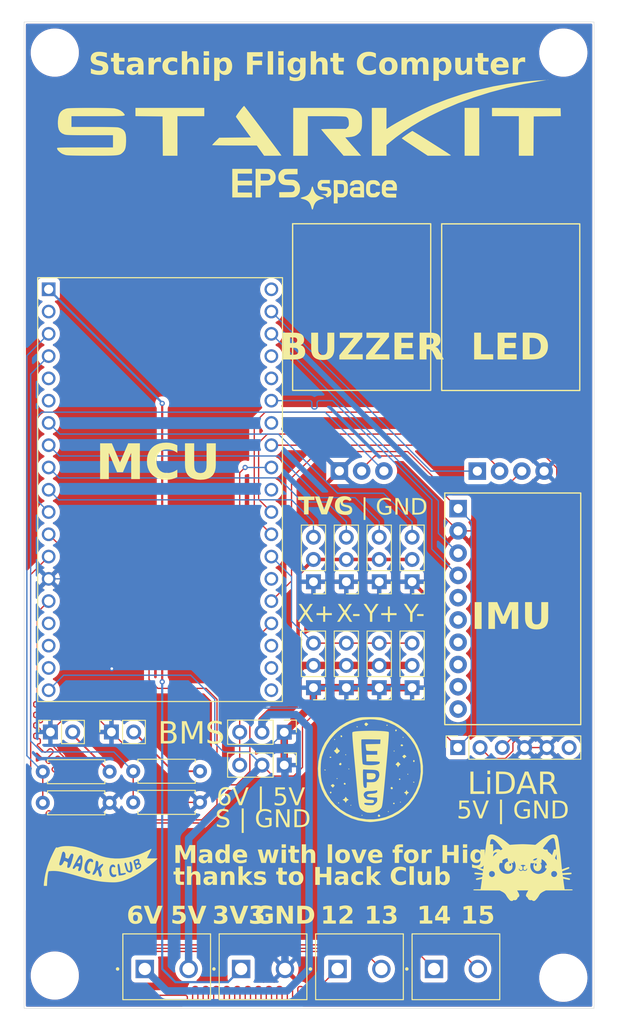
<source format=kicad_pcb>
(kicad_pcb (version 20241229) (generator "pcbnew") (generator_version "9.0")
  (title_block (title "Starchip") (date "2025-06-09") (company "EPS.space") (comment 1 "Flight computer for Starkit"))
  (layers (0 "F.Cu" signal) (2 "B.Cu" signal) (13 "F.Paste" user) (15 "B.Paste" user) (5 "F.SilkS" user "F.Silkscreen") (7 "B.SilkS" user "B.Silkscreen") (1 "F.Mask" user) (3 "B.Mask" user) (25 "Edge.Cuts" user))
  (net 0 "")
  (net 1 "/IMU_CLOCK")
  (net 3 "/TVC_X-")
  (net 6 "/ESC")
  (net 7 "GND")
  (net 9 "/LED_R")
  (net 11 "/13")
  (net 12 "/LEG")
  (net 13 "+5V")
  (net 14 "/BMS_1")
  (net 15 "/TVC_Y-")
  (net 18 "/IMU_DATA")
  (net 21 "/TVC_Y+")
  (net 22 "/BMS_2")
  (net 23 "+3V3")
  (net 24 "/14")
  (net 25 "/TVC_X+")
  (net 26 "/15")
  (net 29 "/LED_B")
  (net 31 "/12")
  (net 32 "/BUZZER")
  (net 33 "/LiDAR_DATA")
  (net 34 "/LED_G")
  (net 36 "/LiDAR_CLOCK")
  (net 37 "+6V")
  (net 44 "Net-(J5-Pin_2)")
  (net 45 "Net-(J6-Pin_2)")
  (footprint "Connector_PinHeader_2.54mm:PinHeader_1x03_P2.54mm_Vertical" (layer "F.Cu") (at 147.17 116.75 -90)
    (property "Reference" "E1" (hide yes))
    (property "Value" "Conn_01x03_Pin")
  )
  (footprint "Connector_PinHeader_2.54mm:PinHeader_1x03_P2.54mm_Vertical" (layer "F.Cu") (at 161.75 99.592 180)
    (property "Reference" "Y2" (hide yes))
    (property "Value" "Conn_01x03_Pin")
  )
  (footprint "Connector_PinHeader_2.54mm:PinHeader_1x03_P2.54mm_Vertical" (layer "F.Cu") (at 150.5 111.672 180)
    (property "Reference" "L1" (hide yes))
    (property "Value" "Conn_01x03_Pin")
  )
  (footprint "LED_SMD_KY-016:KY-016" (layer "F.Cu") (at 173 72.75)
    (property "Reference" "D1" (hide yes))
    (property "Value" "LED_RGBK")
  )
  (footprint "Device_Buzzer_KY-012:KY-012" (layer "F.Cu") (at 156 72.738)
    (property "Reference" "U2" (hide yes))
    (property "Value" "~")
  )
  (footprint "Connector_PinHeader_2.54mm:PinHeader_1x03_P2.54mm_Vertical" (layer "F.Cu") (at 154.25 111.672 180)
    (property "Reference" "L2" (hide yes))
    (property "Value" "Conn_01x03_Pin")
  )
  (footprint "Connector_PinHeader_2.54mm:PinHeader_1x03_P2.54mm_Vertical" (layer "F.Cu") (at 158 99.592 180)
    (property "Reference" "Y1" (hide yes))
    (property "Value" "Conn_01x03_Pin")
  )
  (footprint "MountingHole:MountingHole_5mm" (layer "F.Cu") (at 121 144.5)
    (property "Reference" "REF**" (hide yes))
    (property "Value" "MountingHole_5mm")
  )
  (footprint "Resistor_THT:R_Axial_DIN0207_L6.3mm_D2.5mm_P7.62mm_Horizontal" (layer "F.Cu") (at 119.63 121.25)
    (property "Reference" "R1" (hide yes))
    (property "Value" "10kΩ")
  )
  (footprint "Connector_PinHeader_2.54mm:PinHeader_1x03_P2.54mm_Vertical" (layer "F.Cu") (at 158 111.672 180)
    (property "Reference" "L3" (hide yes))
    (property "Value" "Conn_01x03_Pin")
  )
  (footprint "Resistor_THT:R_Axial_DIN0207_L6.3mm_D2.5mm_P7.62mm_Horizontal" (layer "F.Cu") (at 129.94 121.2)
    (property "Reference" "R3" (hide yes))
    (property "Value" "10kΩ")
  )
  (footprint "Connector_PinHeader_2.54mm:PinHeader_1x03_P2.54mm_Vertical" (layer "F.Cu") (at 154.25 99.592 180)
    (property "Reference" "X2" (hide yes))
    (property "Value" "Conn_01x03_Pin")
  )
  (footprint "KiCad:Hack Club" (layer "F.Cu") (at 126.25 132)
    (property "Reference" "G***" (hide yes))
    (property "Value" "LOGO" (hide yes))
  )
  (footprint "KiCad:EPSspace" (layer "F.Cu") (at 150.5 54.75)
    (property "Reference" "G***" (hide yes))
    (property "Value" "LOGO" (hide yes))
  )
  (footprint "KiCad:Starkit" (layer "F.Cu") (at 150 46.75)
    (property "Reference" "G***" (hide yes))
    (property "Value" "LOGO" (hide yes))
  )
  (footprint "MountingHole:MountingHole_5mm" (layer "F.Cu") (at 179 144.75)
    (property "Reference" "REF**" (hide yes))
    (property "Value" "MountingHole_5mm")
  )
  (footprint "Connector_PinHeader_2.54mm:PinHeader_1x03_P2.54mm_Vertical" (layer "F.Cu") (at 147.17 120.5 -90)
    (property "Reference" "E2" (hide yes))
    (property "Value" "Conn_01x03_Pin")
  )
  (footprint "Resistor_THT:R_Axial_DIN0207_L6.3mm_D2.5mm_P7.62mm_Horizontal" (layer "F.Cu") (at 119.63 124.8)
    (property "Reference" "R2" (hide yes))
    (property "Value" "10kΩ")
  )
  (footprint "KF301-2P:HANDSON_KF301-2P" (layer "F.Cu") (at 133.7625 143.75)
    (property "Reference" "J1" (hide yes))
    (property "Value" "Screw_Terminal_01x02")
  )
  (footprint "KiCad:EPSicon" (layer "F.Cu") (at 157 121)
    (property "Reference" "G***" (hide yes))
    (property "Value" "LOGO" (hide yes))
  )
  (footprint "Resistor_THT:R_Axial_DIN0207_L6.3mm_D2.5mm_P7.62mm_Horizontal" (layer "F.Cu") (at 129.94 124.75)
    (property "Reference" "R4" (hide yes))
    (property "Value" "10kΩ")
  )
  (footprint "Connector_PinHeader_2.54mm:PinHeader_1x03_P2.54mm_Vertical" (layer "F.Cu") (at 150.5 99.592 180)
    (property "Reference" "X1" (hide yes))
    (property "Value" "Conn_01x03_Pin")
  )
  (footprint "MountingHole:MountingHole_5mm" (layer "F.Cu") (at 121 39.25)
    (property "Reference" "REF**" (hide yes))
    (property "Value" "MountingHole_5mm")
  )
  (footprint "Connector_PinHeader_2.54mm:PinHeader_1x03_P2.54mm_Vertical" (layer "F.Cu") (at 161.75 111.672 180)
    (property "Reference" "L4" (hide yes))
    (property "Value" "Conn_01x03_Pin")
  )
  (footprint "ESP32-DEVKITC-32D:MODULE_ESP32-DEVKITC-32D" (layer "F.Cu") (at 133 86)
    (property "Reference" "U4" (hide yes))
    (property "Value" "ESP32-DEVKITC-32D")
  )
  (footprint "Connector_PinSocket_2.54mm:PinSocket_1x02_P2.54mm_Vertical" (layer "F.Cu") (at 127.46 116.725 90)
    (property "Reference" "J6" (hide yes))
    (property "Value" "Conn_01x02")
  )
  (footprint "KF301-2P:HANDSON_KF301-2P" (layer "F.Cu") (at 166.75 143.75)
    (property "Reference" "J4" (hide yes))
    (property "Value" "Screw_Terminal_01x02")
  )
  (footprint "KF301-2P:HANDSON_KF301-2P" (layer "F.Cu") (at 155.75 143.75)
    (property "Reference" "J3" (hide yes))
    (property "Value" "Screw_Terminal_01x02")
  )
  (footprint "Connector_PinSocket_2.54mm:PinSocket_1x02_P2.54mm_Vertical" (layer "F.Cu") (at 120.5 116.725 90)
    (property "Reference" "J5" (hide yes))
    (property "Value" "Conn_01x02")
  )
  (footprint "Starchip:cat" (layer "F.Cu") (at 174.398847 132.768876)
    (property "Reference" "G***" (hide yes))
    (property "Value" "LOGO" (hide yes))
  )
  (footprint "Sensor_Movement_GY-9250:GY-9250" (layer "F.Cu") (at 173.858 102.934)
    (property "Reference" "U3" (hide yes))
    (property "Value" "~")
  )
  (footprint "MountingHole:MountingHole_5mm" (layer "F.Cu") (at 179 39.25)
    (property "Reference" "REF**" (hide yes))
    (property "Value" "MountingHole_5mm")
  )
  (footprint "KF301-2P:HANDSON_KF301-2P" (layer "F.Cu") (at 144.75 143.75)
    (property "Reference" "J2" (hide yes))
    (property "Value" "Screw_Terminal_01x02")
  )
  (footprint "Connector_PinSocket_2.54mm:PinSocket_1x06_P2.54mm_Vertical" (layer "F.Cu") (at 166.96 118.5 90)
    (property "Reference" "J11" (hide yes))
    (property "Value" "Conn_01x06_Pin")
  )
  (gr_rect (start 117.5 35.75) (end 182.5 148.25) (stroke (width 0.05)) (fill no) (layer "Edge.Cuts"))
  (gr_text "thanks to Hack Club" (at 134.5 134.5 0) (layer "F.SilkS") (effects (font (size 2 2) (thickness 0.3) (bold yes)) (justify left bottom)))
  (gr_text "GND" (at 147.25 137.75 0) (layer "F.SilkS") (effects (font (size 2 2) (thickness 0.3) (bold yes))))
  (gr_text "13" (at 158.25 137.75 0) (layer "F.SilkS") (effects (font (size 2 2) (thickness 0.3) (bold yes))))
  (gr_text "14" (at 164.25 137.75 0) (layer "F.SilkS") (effects (font (size 2 2) (thickness 0.3) (bold yes))))
  (gr_text "Made with love for Highway" (at 134.5 132 0) (layer "F.SilkS") (effects (font (size 2 2) (thickness 0.3) (bold yes)) (justify left bottom)))
  (gr_text "IMU" (at 173.083 103.728 0) (layer "F.SilkS") (effects (font (size 3 3) (thickness 0.3) (bold yes))))
  (gr_text "MCU" (at 132.766 86.224 0) (layer "F.SilkS") (effects (font (size 4 4) (thickness 0.3) (bold yes))))
  (gr_text "X-" (at 154.5 104.5 0) (layer "F.SilkS") (effects (font (size 2 2) (thickness 0.1)) (justify bottom)))
  (gr_text "5V | GND" (at 173.25 125.75 0) (layer "F.SilkS") (effects (font (size 2 2) (thickness 0.1))))
  (gr_text "Starchip Flight Computer" (at 149.75 39.25 0) (layer "F.SilkS") (effects (font (size 2.5 2.5) (thickness 0.3) (bold yes)) (justify top)))
  (gr_text "TVC" (at 148.73 92.25 0) (layer "F.SilkS") (effects (font (size 2 2) (thickness 0.3) (bold yes)) (justify left bottom)))
  (gr_text "12" (at 153.25 137.75 0) (layer "F.SilkS") (effects (font (size 2 2) (thickness 0.3) (bold yes))))
  (gr_text "5V" (at 136.25 137.75 0) (layer "F.SilkS") (effects (font (size 2 2) (thickness 0.3) (bold yes))))
  (gr_text "Y-" (at 162 104.5 0) (layer "F.SilkS") (effects (font (size 2 2) (thickness 0.1)) (justify bottom)))
  (gr_text "6V | 5V" (at 144.5 124.25 0) (layer "F.SilkS") (effects (font (size 2 2) (thickness 0.1))))
  (gr_text "3V3" (at 142 137.75 0) (layer "F.SilkS") (effects (font (size 2 2) (thickness 0.3) (bold yes))))
  (gr_text "BMS" (at 132.75 117 0) (layer "F.SilkS") (effects (font (size 2.5 2.5) (thickness 0.25)) (justify left)))
  (gr_text "Y+" (at 158.25 104.5 0) (layer "F.SilkS") (effects (font (size 2 2) (thickness 0.1)) (justify bottom)))
  (gr_text "LiDAR" (at 173.25 122.75 0) (layer "F.SilkS") (effects (font (size 2.5 2.5) (thickness 0.1))))
  (gr_text "15" (at 169.25 137.75 0) (layer "F.SilkS") (effects (font (size 2 2) (thickness 0.3) (bold yes))))
  (gr_text "BUZZER" (at 156.056 73 0) (layer "F.SilkS") (effects (font (size 3 3) (thickness 0.3) (bold yes))))
  (gr_text "X+" (at 150.766 104.5 0) (layer "F.SilkS") (effects (font (size 2 2) (thickness 0.1)) (justify bottom)))
  (gr_text "LED" (at 172.956 73 0) (layer "F.SilkS") (effects (font (size 3 3) (thickness 0.3) (bold yes))))
  (gr_text "6V" (at 131.25 137.75 0) (layer "F.SilkS") (effects (font (size 2 2) (thickness 0.3) (bold yes))))
  (gr_text "S | GND" (at 144.75 126.75 0) (layer "F.SilkS") (effects (font (size 2 2) (thickness 0.1))))
  (gr_text "S | GND" (at 163.52 92.25 0) (layer "F.SilkS") (effects (font (size 1.85 1.85) (thickness 0.1)) (justify right bottom)))
  (segment (start 145.7 71.32) (end 164.75 90.37) (width 0.15) (layer "B.Cu") (net 1))
  (segment (start 167 96.33) (end 164.75 94.08) (width 0.15) (layer "B.Cu") (net 1))
  (segment (start 164.75 90.37) (end 164.75 92) (width 0.15) (layer "B.Cu") (net 1))
  (segment (start 164.75 94.08) (end 164.75 92) (width 0.15) (layer "B.Cu") (net 1))
  (segment (start 152 90.5) (end 149.25 90.5) (width 0.15) (layer "B.Cu") (net 3))
  (segment (start 154.25 92.75) (end 152 90.5) (width 0.15) (layer "B.Cu") (net 3))
  (segment (start 149.25 90.5) (end 146.5 87.75) (width 0.15) (layer "B.Cu") (net 3))
  (segment (start 121.49 87.75) (end 120.3 86.56) (width 0.15) (layer "B.Cu") (net 3))
  (segment (start 146.5 87.75) (end 121.49 87.75) (width 0.15) (layer "B.Cu") (net 3))
  (segment (start 154.25 94.512) (end 154.25 92.75) (width 0.15) (layer "B.Cu") (net 3))
  (segment (start 142.09 116.75) (end 142.09 87.16) (width 0.15) (layer "F.Cu") (net 6))
  (segment (start 142.71 86.56) (end 142.69 86.56) (width 0.15) (layer "F.Cu") (net 6))
  (segment (start 142.09 120.5) (end 142.09 116.75) (width 0.15) (layer "F.Cu") (net 6))
  (segment (start 142.69 86.56) (end 142.09 87.16) (width 0.15) (layer "F.Cu") (net 6))
  (via (at 142.71 86.56) (size 0.6) (drill 0.3) (layers "F.Cu" "B.Cu") (net 6))
  (segment (start 145.7 86.56) (end 142.71 86.56) (width 0.15) (layer "B.Cu") (net 6))
  (segment (start 125.985 115.25) (end 127.46 116.725) (width 0.15) (layer "F.Cu") (net 7))
  (segment (start 167 93.79) (end 164.25 96.54) (width 0.15) (layer "F.Cu") (net 7))
  (segment (start 147.17 118.75) (end 147.17 116.75) (width 0.85) (layer "F.Cu") (net 7))
  (segment (start 164.5 91.29) (end 164.5 90) (width 0.15) (layer "F.Cu") (net 7))
  (segment (start 120.5 118.05) (end 127.25 124.8) (width 0.15) (layer "F.Cu") (net 7))
  (segment (start 164.25 96.54) (end 164.25 102.5) (width 0.15) (layer "F.Cu") (net 7))
  (segment (start 150.5 113.5) (end 150.5 111.672) (width 0.85) (layer "F.Cu") (net 7))
  (segment (start 147.17 116.75) (end 147.25 116.75) (width 0.85) (layer "F.Cu") (net 7))
  (segment (start 163.75 89.25) (end 155.748 89.25) (width 0.15) (layer "F.Cu") (net 7))
  (segment (start 167 93.79) (end 169.994 93.79) (width 0.15) (layer "F.Cu") (net 7))
  (segment (start 150.5 99.592) (end 161.75 99.592) (width 0.4) (layer "F.Cu") (net 7))
  (segment (start 167 93.79) (end 164.5 91.29) (width 0.15) (layer "F.Cu") (net 7))
  (segment (start 164.25 102.092) (end 161.75 99.592) (width 0.4) (layer "F.Cu") (net 7))
  (segment (start 164.25 110.75) (end 164.25 102.5) (width 0.4) (layer "F.Cu") (net 7))
  (segment (start 164.25 102.5) (end 164.25 102.092) (width 0.4) (layer "F.Cu") (net 7))
  (segment (start 174.58 118.5) (end 177.12 118.5) (width 0.15) (layer "F.Cu") (net 7))
  (segment (start 164.5 90) (end 163.75 89.25) (width 0.15) (layer "F.Cu") (net 7))
  (segment (start 127.46 116.725) (end 135.485 124.75) (width 0.15) (layer "F.Cu") (net 7))
  (segment (start 147.17 120.5) (end 147.17 118.75) (width 0.85) (layer "F.Cu") (net 7))
  (segment (start 163.328 111.672) (end 164.25 110.75) (width 0.4) (layer "F.Cu") (net 7))
  (segment (start 121.975 115.25) (end 125.985 115.25) (width 0.15) (layer "F.Cu") (net 7))
  (segment (start 120.5 116.725) (end 121.975 115.25) (width 0.15) (layer "F.Cu") (net 7))
  (segment (start 147.25 116.75) (end 150.5 113.5) (width 0.85) (layer "F.Cu") (net 7))
  (segment (start 169.994 93.79) (end 176.81 86.974) (width 0.15) (layer "F.Cu") (net 7))
  (segment (start 127.46 116.725) (end 127.46 109.54) (width 0.15) (layer "F.Cu") (net 7))
  (segment (start 161.75 111.672) (end 163.328 111.672) (width 0.4) (layer "F.Cu") (net 7))
  (segment (start 127.46 109.54) (end 127.5 109.5) (width 0.15) (layer "F.Cu") (net 7))
  (segment (start 135.485 124.75) (end 137.56 124.75) (width 0.15) (layer "F.Cu") (net 7))
  (segment (start 150.5 111.672) (end 161.75 111.672) (width 0.85) (layer "F.Cu") (net 7))
  (segment (start 120.5 116.725) (end 120.5 118.05) (width 0.15) (layer "F.Cu") (net 7))
  (segment (start 155.748 89.25) (end 153.46 86.962) (width 0.15) (layer "F.Cu") (net 7))
  (via (at 127.5 109.5) (size 0.6) (drill 0.3) (layers "F.Cu" "B.Cu") (net 7))
  (segment (start 139.75 114) (end 139.75 116.5) (width 0.15) (layer "B.Cu") (net 7))
  (segment (start 141.5 118.25) (end 145.67 118.25) (width 0.15) (layer "B.Cu") (net 7))
  (segment (start 139.75 112.75) (end 136.5 109.5) (width 0.15) (layer "B.Cu") (net 7))
  (segment (start 139.75 116.5) (end 141.5 118.25) (width 0.15) (layer "B.Cu") (net 7))
  (segment (start 147.25 143.75) (end 147.25 120.58) (width 0.85) (layer "B.Cu") (net 7))
  (segment (start 160 114) (end 166 120) (width 0.15) (layer "B.Cu") (net 7))
  (segment (start 139.75 114) (end 160 114) (width 0.15) (layer "B.Cu") (net 7))
  (segment (start 173.08 120) (end 174.58 118.5) (width 0.15) (layer "B.Cu") (net 7))
  (segment (start 139.75 114) (end 139.75 112.75) (width 0.15) (layer "B.Cu") (net 7))
  (segment (start 147.17 116.75) (end 147.17 116.83) (width 0.3) (layer "B.Cu") (net 7))
  (segment (start 136.5 109.5) (end 127.5 109.5) (width 0.15) (layer "B.Cu") (net 7))
  (segment (start 145.67 118.25) (end 147.17 116.75) (width 0.15) (layer "B.Cu") (net 7))
  (segment (start 136.5 109.5) (end 126.26 99.26) (width 0.15) (layer "B.Cu") (net 7))
  (segment (start 126.26 99.26) (end 120.3 99.26) (width 0.15) (layer "B.Cu") (net 7))
  (segment (start 166 120) (end 173.08 120) (width 0.15) (layer "B.Cu") (net 7))
  (segment (start 147.25 120.58) (end 147.17 120.5) (width 0.85) (layer "B.Cu") (net 7))
  (segment (start 148 87.75) (end 151 84.75) (width 0.15) (layer "F.Cu") (net 9))
  (segment (start 161.25 84.75) (end 161 84.75) (width 0.15) (layer "F.Cu") (net 9))
  (segment (start 172.494 88.75) (end 165.25 88.75) (width 0.15) (layer "F.Cu") (net 9))
  (segment (start 145.7 101.8) (end 148 99.5) (width 0.15) (layer "F.Cu") (net 9))
  (segment (start 174.27 86.974) (end 172.494 88.75) (width 0.15) (layer "F.Cu") (net 9))
  (segment (start 165.25 88.75) (end 161.25 84.75) (width 0.15) (layer "F.Cu") (net 9))
  (segment (start 148 99.5) (end 148 87.75) (width 0.15) (layer "F.Cu") (net 9))
  (segment (start 151 84.75) (end 161 84.75) (width 0.15) (layer "F.Cu") (net 9))
  (segment (start 123.205284 121.253202) (end 123.290136 121.338054) (width 0.15) (layer "F.Cu") (net 11))
  (segment (start 119.175 117.475) (end 119 117.475) (width 0.15) (layer "F.Cu") (net 11))
  (segment (start 124.810414 124.060414) (end 125 124.25) (width 0.15) (layer "F.Cu") (net 11))
  (segment (start 122.745664 123.070466) (end 123.283065 122.533064) (width 0.15) (layer "F.Cu") (net 11))
  (segment (start 118.8 114.475) (end 119 114.475) (width 0.15) (layer "F.Cu") (net 11))
  (segment (start 122.434538 121.684537) (end 122.434538 121.684538) (width 0.15) (layer "F.Cu") (net 11))
  (segment (start 121.5 125.5) (end 121.457255 125.542745) (width 0.15) (layer "F.Cu") (net 11))
  (segment (start 120.313221 119.563221) (end 120.058662 119.817779) (width 0.15) (layer "F.Cu") (net 11))
  (segment (start 122.356757 120.404675) (end 122.441609 120.489527) (width 0.15) (layer "F.Cu") (net 11))
  (segment (start 123.707329 122.957329) (end 123.169927 123.49473) (width 0.15) (layer "F.Cu") (net 11))
  (segment (start 119.36 115.075) (end 119 115.075) (width 0.15) (layer "F.Cu") (net 11))
  (segment (start 119 114.475) (end 119.76 114.475) (width 0.15) (layer "F.Cu") (net 11))
  (segment (start 124.053811 122.101729) (end 124.138663 122.186581) (width 0.15) (layer "F.Cu") (net 11))
  (segment (start 124 141.75) (end 156.25 141.75) (width 0.15) (layer "F.Cu") (net 11))
  (segment (start 121.618418 125.5) (end 121.5 125.5) (width 0.15) (layer "F.Cu") (net 11))
  (segment (start 119.137943 126.447842) (end 119.05309 126.532694) (width 0.15) (layer "F.Cu") (net 11))
  (segment (start 123.058418 125.5) (end 123.058418 124.74) (width 0.15) (layer "F.Cu") (net 11))
  (segment (start 125.5 124.25) (end 125 124.25) (width 0.15) (layer "F.Cu") (net 11))
  (segment (start 124.258418 126.16) (end 124.258418 125.5) (width 0.15) (layer "F.Cu") (net 11))
  (segment (start 120.058665 118.969254) (end 120.320293 118.707623) (width 0.15) (layer "F.Cu") (net 11))
  (segment (start 124.498418 124.5) (end 124.618418 124.5) (width 0.15) (layer "F.Cu") (net 11))
  (segment (start 124.98719 123.37452) (end 124.725561 123.63615) (width 0.15) (layer "F.Cu") (net 11))
  (segment (start 121.161748 120.411748) (end 120.765768 120.807727) (width 0.15) (layer "F.Cu") (net 11))
  (segment (start 125.75 125.25) (end 125.75 124.932547) (width 0.15) (layer "F.Cu") (net 11))
  (segment (start 119 113.075) (end 119 112.875) (width 0.15) (layer "F.Cu") (net 11))
  (segment (start 118.601 128.399) (end 118.601 128.90723) (width 0.15) (layer "F.Cu") (net 11))
  (segment (start 120.184462 126.815537) (end 120.184462 126.815538) (width 0.15) (layer "F.Cu") (net 11))
  (segment (start 120 114.235) (end 120 114.115) (width 0.15) (layer "F.Cu") (net 11))
  (segment (start 119 115.675) (end 119.36 115.675) (width 0.15) (layer "F.Cu") (net 11))
  (segment (start 125.75 124.5) (end 125.5 124.25) (width 0.15) (layer "F.Cu") (net 11))
  (segment (start 119.35 116.7) (end 119.35 116.45) (width 0.15) (layer "F.Cu") (net 11))
  (segment (start 119.76 113.875) (end 119 113.875) (width 0.15) (layer "F.Cu") (net 11))
  (segment (start 119.420785 127.579212) (end 119.335933 127.664066) (width 0.15) (layer "F.Cu") (net 11))
  (segment (start 124.301296 123.211885) (end 124.562926 122.950255) (width 0.15) (layer "F.Cu") (net 11))
  (segment (start 124.902338 122.950256) (end 124.98719 123.035108) (width 0.15) (layer "F.Cu") (net 11))
  (segment (start 121.858418 125.26) (end 121.858418 124.74) (width 0.15) (layer "F.Cu") (net 11))
  (segment (start 121.047134 126.320564) (end 121.032992 126.306422) (width 0.15) (layer "F.Cu") (net 11))
  (segment (start 124.131592 123.381591) (end 124.131592 123.381592) (width 0.15) (layer "F.Cu") (net 11))
  (segment (start 121.586011 120.836011) (end 122.017345 120.404674) (width 0.15) (layer "F.Cu") (net 11))
  (segment (start 120.163249 125.77609) (end 120.078396 125.860942) (width 0.15) (layer "F.Cu") (net 11))
  (segment (start 120.482926 120.242042) (end 120.737484 119.987483) (width 0.15) (layer "F.Cu") (net 11))
  (segment (start 119.719253 118.969253) (end 119.582254 118.832254) (width 0.15) (layer "F.Cu") (net 11))
  (segment (start 119.6 115.435) (end 119.6 115.315) (width 0.15) (layer "F.Cu") (net 11))
  (segment (start 156.25 141.75) (end 158.25 143.75) (width 0.15) (layer "F.Cu") (net 11))
  (segment (start 123.283065 122.533065) (end 123.714399 122.101728) (width 0.15) (layer "F.Cu") (net 11))
  (segment (start 122.3214 122.985614) (end 122.406252 123.070466) (width 0.15) (layer "F.Cu") (net 11))
  (segment (start 120.482926 119.393516) (end 120.31322 119.563222) (width 0.15) (layer "F.Cu") (net 11))
  (segment (start 121.032992 126.306422) (end 120.693579 125.967009) (width 0.15) (layer "F.Cu") (net 11))
  (segment (start 119 103.1) (end 120.3 101.8) (width 0.15) (layer "F.Cu") (net 11))
  (segment (start 119 112.875) (end 119 112.316876) (width 0.15) (layer "F.Cu") (net 11))
  (segment (start 119 117.475) (end 118.8 117.475) (width 0.15) (layer "F.Cu") (net 11))
  (segment (start 125.098418 125.5) (end 125.218418 125.5) (width 0.15) (layer "F.Cu") (net 11))
  (segment (start 122.698418 126.4) (end 122.818418 126.4) (width 0.15) (layer "F.Cu") (net 11))
  (segment (start 123.898418 126.4) (end 124.018418 126.4) (width 0.15) (layer "F.Cu") (net 11))
  (segment (start 119.335933 127.664066) (end 118.601 128.399) (width 0.15) (layer "F.Cu") (net 11))
  (segment (start 118.6 113.675) (end 118.6 113.475) (width 0.15) (layer "F.Cu") (net 11))
  (segment (start 118.8 115.675) (end 119 115.675) (width 0.15) (layer "F.Cu") (net 11))
  (segment (start 121.897137 122.221939) (end 122.434538 121.684537) (width 0.15) (layer "F.Cu") (net 11))
  (segment (start 118.6 117.275) (end 118.6 117.075) (width 0.15) (layer "F.Cu") (net 11))
  (segment (start 119 116.875) (end 119.175 116.875) (width 0.15) (layer "F.Cu") (net 11))
  (segment (start 122.010275 121.260275) (end 121.472873 121.797676) (width 0.15) (layer "F.Cu") (net 11))
  (segment (start 119.122634 118.372634) (end 119 118.25) (width 0.15) (layer "F.Cu") (net 11))
  (segment (start 123.594191 123.918993) (end 124.131592 123.381591) (width 0.15) (layer "F.Cu") (net 11))
  (segment (start 125.5 125.5) (end 125.75 125.25) (width 0.15) (layer "F.Cu") (net 11))
  (segment (start 122.098418 124.5) (end 122.218418 124.5) (width 0.15) (layer "F.Cu") (net 11))
  (segment (start 119 116.275) (end 118.8 116.275) (width 0.15) (layer "F.Cu") (net 11))
  (segment (start 124.258418 125.5) (end 124.258418 125.26) (width 0.15) (layer "F.Cu") (net 11))
  (segment (start 121.457255 125.882157) (end 121.471398 125.8963) (width 0.15) (layer "F.Cu") (net 11))
  (segment (start 121.190032 121.231991) (end 121.586011 120.836011) (width 0.15) (layer "F.Cu") (net 11))
  (segment (start 122.434538 121.684538) (end 122.865872 121.253201) (width 0.15) (layer "F.Cu") (net 11))
  (segment (start 120.737484 119.987483) (end 120.737484 119.987484) (width 0.15) (layer "F.Cu") (net 11))
  (segment (start 118.6 116.075) (end 118.6 115.875) (width 0.15) (layer "F.Cu") (net 11))
  (segment (start 120.693579 125.967009) (end 120.50266 125.77609) (width 0.15) (layer "F.Cu") (net 11))
  (segment (start 120.744557 119.131888) (end 120.482926 119.393516) (width 0.15) (layer "F.Cu") (net 11))
  (segment (start 118.8 116.875) (end 119 116.875) (width 0.15) (layer "F.Cu") (net 11))
  (segment (start 123.298418 124.5) (end 123.418418 124.5) (width 0.15) (layer "F.Cu") (net 11))
  (segment (start 120.737484 119.987484) (end 121.168818 119.556147) (width 0.15) (layer "F.Cu") (net 11))
  (segment (start 121.161747 120.411748) (end 121.161748 120.411748) (width 0.15) (layer "F.Cu") (net 11))
  (segment (start 125.75 124.932547) (end 125.75 124.5) (width 0.15) (layer "F.Cu") (net 11))
  (segment (start 120.058662 120.15719) (end 120.143514 120.242042) (width 0.15) (layer "F.Cu") (net 11))
  (segment (start 122.458418 124.74) (end 122.458418 125.26) (width 0.15) (layer "F.Cu") (net 11))
  (segment (start 118.601 136.351) (end 124 141.75) (width 0.15) (layer "F.Cu") (net 11))
  (segment (start 123.658418 125.5) (end 123.658418 126.16) (width 0.15) (layer "F.Cu") (net 11))
  (segment (start 119.05309 126.872106) (end 119.420785 127.239801) (width 0.15) (layer "F.Cu") (net 11))
  (segment (start 120.659705 118.707624) (end 120.744557 118.792476) (width 0.15) (layer "F.Cu") (net 11))
  (segment (start 123.283065 122.533064) (end 123.283065 122.533065) (width 0.15) (layer "F.Cu") (net 11))
  (segment (start 122.458418 125.5) (end 122.458418 126.16) (width 0.15) (layer "F.Cu") (net 11))
  (segment (start 124.258418 125.26) (end 124.258418 124.74) (width 0.15) (layer "F.Cu") (net 11))
  (segment (start 121.471397 126.235712) (end 121.386546 126.320564) (width 0.15) (layer "F.Cu") (net 11))
  (segment (start 119.35 117.9) (end 119.35 117.65) (width 0.15) (layer "F.Cu") (net 11))
  (segment (start 122.458418 125.26) (end 122.458418 125.5) (width 0.15) (layer "F.Cu") (net 11))
  (segment (start 118.6 114.875) (end 118.6 114.675) (width 0.15) (layer "F.Cu") (net 11))
  (segment (start 120.078396 126.200354) (end 120.269314 126.391272) (width 0.15) (layer "F.Cu") (net 11))
  (segment (start 124.138663 122.525993) (end 123.707328 122.957329) (width 0.15) (layer "F.Cu") (net 11))
  (segment (start 123.169927 123.834141) (end 123.254779 123.918993) (width 0.15) (layer "F.Cu") (net 11))
  (segment (start 119 113.875) (end 118.8 113.875) (width 0.15) (layer "F.Cu") (net 11))
  (segment (start 119.84505 126.815538) (end 119.477354 126.447842) (width 0.15) (layer "F.Cu") (net 11))
  (segment (start 124.72556 123.97556) (end 124.810414 124.060414) (width 0.15) (layer "F.Cu") (net 11))
  (segment (start 119.582254 118.832254) (end 119.122634 118.372634) (width 0.15) (layer "F.Cu") (net 11))
  (segment (start 122.858801 122.108802) (end 122.858802 122.108802) (width 0.15) (layer "F.Cu") (net 11))
  (segment (start 122.858802 122.108802) (end 122.3214 122.646203) (width 0.15) (layer "F.Cu") (net 11))
  (segment (start 124.858418 124.74) (end 124.858418 125.26) (width 0.15) (layer "F.Cu") (net 11))
  (segment (start 123.658418 124.74) (end 123.658418 125.5) (width 0.15) (layer "F.Cu") (net 11))
  (segment (start 124.131592 123.381592) (end 124.301296 123.211885) (width 0.15) (layer "F.Cu") (net 11))
  (segment (start 125.218418 125.5) (end 125.5 125.5) (width 0.15) (layer "F.Cu") (net 11))
  (segment (start 123.058418 126.16) (end 123.058418 125.5) (width 0.15) (layer "F.Cu") (net 11))
  (segment (start 121.50823 119.556148) (end 121.593082 119.641) (width 0.15) (layer "F.Cu") (net 11))
  (segment (start 119.175 116.275) (end 119 116.275) (width 0.15) (layer "F.Cu") (net 11))
  (segment (start 123.290136 121.677466) (end 122.858801 122.108802) (width 0.15) (layer "F.Cu") (net 11))
  (segment (start 122.441609 120.828939) (end 122.010274 121.260275) (width 0.15) (layer "F.Cu") (net 11))
  (segment (start 121.472873 122.137087) (end 121.557725 122.221939) (width 0.15) (layer "F.Cu") (net 11))
  (segment (start 119 112.316876) (end 119 103.1) (width 0.15) (layer "F.Cu") (net 11))
  (segment (start 120.31322 119.563222) (end 120.313221 119.563221) (width 0.15) (layer "F.Cu") (net 11))
  (segment (start 118.601 128.90723) (end 118.601 136.351) (width 0.15) (layer "F.Cu") (net 11))
  (segment (start 123.707328 122.957329) (end 123.707329 122.957329) (width 0.15) (layer "F.Cu") (net 11))
  (segment (start 121.593082 119.980412) (end 121.161747 120.411748) (width 0.15) (layer "F.Cu") (net 11))
  (segment (start 120.269314 126.730684) (end 120.184462 126.815537) (width 0.15) (layer "F.Cu") (net 11))
  (segment (start 122.010274 121.260275) (end 122.010275 121.260275) (width 0.15) (layer "F.Cu") (net 11))
  (segment (start 119 115.075) (end 118.8 115.075) (width 0.15) (layer "F.Cu") (net 11))
  (segment (start 120.765768 121.147139) (end 120.85062 121.231991) (width 0.15) (layer "F.Cu") (net 11))
  (arc (start 122.3214 122.646203) (mid 122.251106 122.815908) (end 122.3214 122.985614) (width 0.15) (layer "F.Cu") (net 11))
  (arc (start 119.6 115.315) (mid 119.529706 115.145294) (end 119.36 115.075) (width 0.15) (layer "F.Cu") (net 11))
  (arc (start 120.078396 125.860942) (mid 120.008101 126.030648) (end 120.078396 126.200354) (width 0.15) (layer "F.Cu") (net 11))
  (arc (start 119.35 116.45) (mid 119.298744 116.326256) (end 119.175 116.275) (width 0.15) (layer "F.Cu") (net 11))
  (arc (start 120.269314 126.391272) (mid 120.339609 126.560978) (end 120.269314 126.730684) (width 0.15) (layer "F.Cu") (net 11))
  (arc (start 122.818418 126.4) (mid 122.988124 126.329706) (end 123.058418 126.16) (width 0.15) (layer "F.Cu") (net 11))
  (arc (start 120.184462 126.815538) (mid 120.014756 126.885833) (end 119.84505 126.815538) (width 0.15) (layer "F.Cu") (net 11))
  (arc (start 122.865872 121.253201) (mid 123.035578 121.182908) (end 123.205284 121.253202) (width 0.15) (layer "F.Cu") (net 11))
  (arc (start 118.8 115.075) (mid 118.658579 115.016421) (end 118.6 114.875) (width 0.15) (layer "F.Cu") (net 11))
  (arc (start 118.6 115.875) (mid 118.658579 115.733579) (end 118.8 115.675) (width 0.15) (layer "F.Cu") (net 11))
  (arc (start 124.138663 122.186581) (mid 124.208959 122.356288) (end 124.138663 122.525993) (width 0.15) (layer "F.Cu") (net 11))
  (arc (start 118.6 114.675) (mid 118.658579 114.533579) (end 118.8 114.475) (width 0.15) (layer "F.Cu") (net 11))
  (arc (start 119.719253 118.969253) (mid 119.888959 119.039547) (end 120.058665 118.969254) (width 0.15) (layer "F.Cu") (net 11))
  (arc (start 123.254779 123.918993) (mid 123.424485 123.989288) (end 123.594191 123.918993) (width 0.15) (layer "F.Cu") (net 11))
  (arc (start 119.76 114.475) (mid 119.929706 114.404706) (end 120 114.235) (width 0.15) (layer "F.Cu") (net 11))
  (arc (start 121.557725 122.221939) (mid 121.727431 122.292234) (end 121.897137 122.221939) (width 0.15) (layer "F.Cu") (net 11))
  (arc (start 119.420785 127.239801) (mid 119.491079 127.409507) (end 119.420785 127.579212) (width 0.15) (layer "F.Cu") (net 11))
  (arc (start 119.36 115.675) (mid 119.529706 115.604706) (end 119.6 115.435) (width 0.15) (layer "F.Cu") (net 11))
  (arc (start 124.562926 122.950255) (mid 124.732632 122.879962) (end 124.902338 122.950256) (width 0.15) (layer "F.Cu") (net 11))
  (arc (start 123.058418 124.74) (mid 123.128712 124.570294) (end 123.298418 124.5) (width 0.15) (layer "F.Cu") (net 11))
  (arc (start 123.658418 126.16) (mid 123.728712 126.329706) (end 123.898418 126.4) (width 0.15) (layer "F.Cu") (net 11))
  (arc (start 120.50266 125.77609) (mid 120.332955 125.705795) (end 120.163249 125.77609) (width 0.15) (layer "F.Cu") (net 11))
  (arc (start 124.858418 125.26) (mid 124.928712 125.429706) (end 125.098418 125.5) (width 0.15) (layer "F.Cu") (net 11))
  (arc (start 121.471398 125.8963) (mid 121.541693 126.066005) (end 121.471397 126.235712) (width 0.15) (layer "F.Cu") (net 11))
  (arc (start 123.169927 123.49473) (mid 123.099633 123.664435) (end 123.169927 123.834141) (width 0.15) (layer "F.Cu") (net 11))
  (arc (start 124.725561 123.63615) (mid 124.655266 123.805854) (end 124.72556 123.97556) (width 0.15) (layer "F.Cu") (net 11))
  (arc (start 121.618418 125.5) (mid 121.788124 125.429706) (end 121.858418 125.26) (width 0.15) (layer "F.Cu") (net 11))
  (arc (start 121.858418 124.74) (mid 121.928712 124.570294) (end 122.098418 124.5) (width 0.15) (layer "F.Cu") (net 11))
  (arc (start 119.35 117.65) (mid 119.298744 117.526256) (end 119.175 117.475) (width 0.15) (layer "F.Cu") (net 11))
  (arc (start 121.457255 125.542745) (mid 121.386959 125.712452) (end 121.457255 125.882157) (width 0.15) (layer "F.Cu") (net 11))
  (arc (start 122.406252 123.070466) (mid 122.575958 123.140761) (end 122.745664 123.070466) (width 0.15) (layer "F.Cu") (net 11))
  (arc (start 119.175 116.875) (mid 119.298744 116.823744) (end 119.35 116.7) (width 0.15) (layer "F.Cu") (net 11))
  (arc (start 123.714399 122.101728) (mid 123.884105 122.031435) (end 124.053811 122.101729) (width 0.15) (layer "F.Cu") (net 11))
  (arc (start 118.8 117.475) (mid 118.658579 117.416421) (end 118.6 117.275) (width 0.15) (layer "F.Cu") (net 11))
  (arc (start 120.143514 120.242042) (mid 120.31322 120.312337) (end 120.482926 120.242042) (width 0.15) (layer "F.Cu") (net 11))
  (arc (start 119.175 118.075) (mid 119.298744 118.023744) (end 119.35 117.9) (width 0.15) (layer "F.Cu") (net 11))
  (arc (start 121.168818 119.556147) (mid 121.338524 119.485854) (end 121.50823 119.556148) (width 0.15) (layer "F.Cu") (net 11))
  (arc (start 122.017345 120.404674) (mid 122.187051 120.334381) (end 122.356757 120.404675) (width 0.15) (layer "F.Cu") (net 11))
  (arc (start 124.98719 123.035108) (mid 125.057486 123.204815) (end 124.98719 123.37452) (width 0.15) (layer "F.Cu") (net 11))
  (arc (start 119 118.25) (mid 119.051256 118.126256) (end 119.175 118.075) (width 0.15) (layer "F.Cu") (net 11))
  (arc (start 120.058662 119.817779) (mid 119.988368 119.987484) (end 120.058662 120.15719) (width 0.15) (layer "F.Cu") (net 11))
  (arc (start 122.218418 124.5) (mid 122.388124 124.570294) (end 122.458418 124.74) (width 0.15) (layer "F.Cu") (net 11))
  (arc (start 118.8 113.275) (mid 118.941421 113.216421) (end 119 113.075) (width 0.15) (layer "F.Cu") (net 11))
  (arc (start 119.05309 126.532694) (mid 118.982795 126.7024) (end 119.05309 126.872106) (width 0.15) (layer "F.Cu") (net 11))
  (arc (start 121.472873 121.797676) (mid 121.402579 121.967381) (end 121.472873 122.137087) (width 0.15) (layer "F.Cu") (net 11))
  (arc (start 124.018418 126.4) (mid 124.188124 126.329706) (end 124.258418 126.16) (width 0.15) (layer "F.Cu") (net 11))
  (arc (start 122.441609 120.489527) (mid 122.511905 120.659234) (end 122.441609 120.828939) (width 0.15) (layer "F.Cu") (net 11))
  (arc (start 121.386546 126.320564) (mid 121.216839 126.39086) (end 121.047134 126.320564) (width 0.15) (layer "F.Cu") (net 11))
  (arc (start 121.593082 119.641) (mid 121.663378 119.810707) (end 121.593082 119.980412) (width 0.15) (layer "F.Cu") (net 11))
  (arc (start 120.320293 118.707623) (mid 120.489999 118.63733) (end 120.659705 118.707624) (width 0.15) (layer "F.Cu") (net 11))
  (arc (start 120.744557 118.792476) (mid 120.814851 118.962181) (end 120.744557 119.131888) (width 0.15) (layer "F.Cu") (net 11))
  (arc (start 120.765768 120.807727) (mid 120.695473 120.977433) (end 120.765768 121.147139) (width 0.15) (layer "F.Cu") (net 11))
  (arc (start 124.258418 124.74) (mid 124.328712 124.570294) (end 124.498418 124.5) (width 0.15) (layer "F.Cu") (net 11))
  (arc (start 123.418418 124.5) (mid 123.588124 124.570294) (end 123.658418 124.74) (width 0.15) (layer "F.Cu") (net 11))
  (arc (start 118.8 113.875) (mid 118.658579 113.816421) (end 118.6 113.675) (width 0.15) (layer "F.Cu") (net 11))
  (arc (start 120.85062 121.231991) (mid 121.020326 121.302286) (end 121.190032 121.231991) (width 0.15) (layer "F.Cu") (net 11))
  (arc (start 120 114.115) (mid 119.929706 113.945294) (end 119.76 113.875) (width 0.15) (layer "F.Cu") (net 11))
  (arc (start 118.6 113.475) (mid 118.658579 113.333579) (end 118.8 113.275) (width 0.15) (layer "F.Cu") (net 11))
  (arc (start 124.618418 124.5) (mid 124.788124 124.570294) (end 124.858418 124.74) (width 0.15) (layer "F.Cu") (net 11))
  (arc (start 123.290136 121.338054) (mid 123.360432 121.507761) (end 123.290136 121.677466) (width 0.15) (layer "F.Cu") (net 11))
  (arc (start 118.8 116.275) (mid 118.658579 116.216421) (end 118.6 116.075) (width 0.15) (layer "F.Cu") (net 11))
  (arc (start 118.6 117.075) (mid 118.658579 116.933579) (end 118.8 116.875) (width 0.15) (layer "F.Cu") (net 11))
  (arc (start 122.458418 126.16) (mid 122.528712 126.329706) (end 122.698418 126.4) (width 0.15) (layer "F.Cu") (net 11))
  (arc (start 119.477354 126.447842) (mid 119.307649 126.377547) (end 119.137943 126.447842) (width 0.15) (layer "F.Cu") (net 11))
  (segment (start 150.5 106.592) (end 161.75 106.592) (width 0.15) (layer "F.Cu") (net 12))
  (segment (start 148 99.02) (end 148 104.092) (width 0.15) (layer "B.Cu") (net 12))
  (segment (start 148 104.092) (end 150.5 106.592) (width 0.15) (layer "B.Cu") (net 12))
  (segment (start 145.7 96.72) (end 148 99.02) (width 0.15) (layer "B.Cu") (net 12))
  (segment (start 166.96 118.5) (end 162.21 113.75) (width 0.15) (layer "F.Cu") (net 13))
  (segment (start 162.21 113.75) (end 151.5 113.75) (width 0.15) (layer "F.Cu") (net 13))
  (segment (start 161 85.25) (end 167 91.25) (width 0.15) (layer "F.Cu") (net 13))
  (segment (start 151.5 113.75) (end 149.25 116) (width 0.15) (layer "F.Cu") (net 13))
  (segment (start 157.5 85.25) (end 161 85.25) (width 0.15) (layer "F.Cu") (net 13))
  (segment (start 156 86.75) (end 157.5 85.25) (width 0.15) (layer "F.Cu") (net 13))
  (segment (start 166.96 118.5) (end 166.75 118.5) (width 0.15) (layer "F.Cu") (net 13))
  (segment (start 149.25 116) (end 149.25 120.75) (width 0.15) (layer "F.Cu") (net 13))
  (segment (start 156 86.962) (end 156 86.75) (width 0.15) (layer "F.Cu") (net 13))
  (segment (start 148.25 121.75) (end 145.88 121.75) (width 0.15) (layer "F.Cu") (net 13))
  (segment (start 145.88 121.75) (end 144.63 120.5) (width 0.15) (layer "F.Cu") (net 13))
  (segment (start 149.25 120.75) (end 148.25 121.75) (width 0.15) (layer "F.Cu") (net 13))
  (segment (start 139.25 118) (end 139.25 113) (width 0.15) (layer "B.Cu") (net 13))
  (segment (start 136.2625 143.75) (end 136.2625 128.8675) (width 0.85) (layer "B.Cu") (net 13))
  (segment (start 143.13 119) (end 140.25 119) (width 0.15) (layer "B.Cu") (net 13))
  (segment (start 166.96 118.5) (end 168.5 116.96) (width 0.15) (layer "B.Cu") (net 13))
  (segment (start 122.01 110.25) (end 120.3 111.96) (width 0.15) (layer "B.Cu") (net 13))
  (segment (start 136.5 110.25) (end 122.01 110.25) (width 0.15) (layer "B.Cu") (net 13))
  (segment (start 136.2625 128.8675) (end 144.63 120.5) (width 0.85) (layer "B.Cu") (net 13))
  (segment (start 139.25 113) (end 136.5 110.25) (width 0.15) (layer "B.Cu") (net 13))
  (segment (start 168.5 116.96) (end 168.5 92.75) (width 0.15) (layer "B.Cu") (net 13))
  (segment (start 144.63 120.5) (end 143.13 119) (width 0.15) (layer "B.Cu") (net 13))
  (segment (start 140.25 119) (end 139.25 118) (width 0.15) (layer "B.Cu") (net 13))
  (segment (start 168.5 92.75) (end 167 91.25) (width 0.15) (layer "B.Cu") (net 13))
  (segment (start 119.63 124.8) (end 119.63 121.25) (width 0.15) (layer "F.Cu") (net 14))
  (segment (start 119.63 121.25) (end 118.065 119.685) (width 0.15) (layer "B.Cu") (net 14))
  (segment (start 117.815 119.435) (end 118.065 119.685) (width 0.15) (layer "B.Cu") (net 14))
  (segment (start 120.3 71.32) (end 117.815 73.805) (width 0.15) (layer "B.Cu") (net 14))
  (segment (start 117.815 73.805) (end 117.815 119.435) (width 0.15) (layer "B.Cu") (net 14))
  (segment (start 153.25 89.5) (end 146.5 82.75) (width 0.15) (layer "B.Cu") (net 15))
  (segment (start 146.5 82.75) (end 121.57 82.75) (width 0.15) (layer "B.Cu") (net 15))
  (segment (start 161.75 92.75) (end 158.5 89.5) (width 0.15) (layer "B.Cu") (net 15))
  (segment (start 158.5 89.5) (end 153.25 89.5) (width 0.15) (layer "B.Cu") (net 15))
  (segment (start 161.75 94.512) (end 161.75 92.75) (width 0.15) (layer "B.Cu") (net 15))
  (segment (start 121.57 82.75) (end 120.3 81.48) (width 0.15) (layer "B.Cu") (net 15))
  (segment (start 150.556859 79.89) (end 150.676859 79.89) (width 0.15) (layer "B.Cu") (net 18))
  (segment (start 164 95.87) (end 167 98.87) (width 0.15) (layer "B.Cu") (net 18))
  (segment (start 164 90.25) (end 164 95.87) (width 0.15) (layer "B.Cu") (net 18))
  (segment (start 150.316859 79.18) (end 150.316859 79.65) (width 0.15) (layer "B.Cu") (net 18))
  (segment (start 150.916859 79.65) (end 150.916859 79.18) (width 0.15) (layer "B.Cu") (net 18))
  (segment (start 152.69 78.94) (end 164 90.25) (width 0.15) (layer "B.Cu") (net 18))
  (segment (start 151.607605 78.94) (end 152.69 78.94) (width 0.15) (layer "B.Cu") (net 18))
  (segment (start 151.276859 78.94) (end 151.607605 78.94) (width 0.15) (layer "B.Cu") (net 18))
  (segment (start 145.7 78.94) (end 150.076859 78.94) (width 0.15) (layer "B.Cu") (net 18))
  (segment (start 151.156859 78.94) (end 151.276859 78.94) (width 0.15) (layer "B.Cu") (net 18))
  (arc (start 150.076859 78.94) (mid 150.246565 79.010294) (end 150.316859 79.18) (width 0.15) (layer "B.Cu") (net 18))
  (arc (start 150.916859 79.18) (mid 150.987153 79.010294) (end 151.156859 78.94) (width 0.15) (layer "B.Cu") (net 18))
  (arc (start 150.676859 79.89) (mid 150.846565 79.819706) (end 150.916859 79.65) (width 0.15) (layer "B.Cu") (net 18))
  (arc (start 150.316859 79.65) (mid 150.387153 79.819706) (end 150.556859 79.89) (width 0.15) (layer "B.Cu") (net 18))
  (segment (start 158 94.512) (end 158 92.75) (width 0.15) (layer "B.Cu") (net 21))
  (segment (start 151.25 90) (end 146.5 85.25) (width 0.15) (layer "B.Cu") (net 21))
  (segment (start 121.53 85.25) (end 120.3 84.02) (width 0.15) (layer "B.Cu") (net 21))
  (segment (start 146.5 85.25) (end 121.53 85.25) (width 0.15) (layer "B.Cu") (net 21))
  (segment (start 158 92.75) (end 155.25 90) (width 0.15) (layer "B.Cu") (net 21))
  (segment (start 155.25 90) (end 151.25 90) (width 0.15) (layer "B.Cu") (net 21))
  (segment (start 129.94 121.2) (end 129.94 124.75) (width 0.15) (layer "F.Cu") (net 22))
  (segment (start 127.74 119) (end 119.5 119) (width 0.15) (layer "B.Cu") (net 22))
  (segment (start 118.25 75.91) (end 120.3 73.86) (width 0.15) (layer "B.Cu") (net 22))
  (segment (start 118.25 117.75) (end 118.25 75.91) (width 0.15) (layer "B.Cu") (net 22))
  (segment (start 129.94 121.2) (end 127.74 119) (width 0.15) (layer "B.Cu") (net 22))
  (segment (start 119.5 119) (end 118.25 117.75) (width 0.15) (layer "B.Cu") (net 22))
  (segment (start 133.25 109.75) (end 133.25 109.25) (width 0.25) (layer "F.Cu") (net 23))
  (segment (start 133.25 111) (end 133.25 109.75) (width 0.25) (layer "F.Cu") (net 23))
  (segment (start 133.25 109.25) (end 133.25 79.25) (width 0.25) (layer "F.Cu") (net 23))
  (via (at 133.25 79.25) (size 0.6) (drill 0.3) (layers "F.Cu" "B.Cu") (net 23))
  (via (at 133.25 111) (size 0.6) (drill 0.3) (layers "F.Cu" "B.Cu") (net 23))
  (segment (start 133.75 144.25) (end 133.25 143.75) (width 0.25) (layer "B.Cu") (net 23))
  (segment (start 142.25 143.75) (end 140.75 145.25) (width 0.25) (layer "B.Cu") (net 23))
  (segment (start 120.3 66.24) (end 133.25 79.19) (width 0.25) (layer "B.Cu") (net 23))
  (segment (start 133.25 79.19) (end 133.25 79.25) (width 0.25) (layer "B.Cu") (net 23))
  (segment (start 133.25 143.75) (end 133.25 111) (width 0.25) (layer "B.Cu") (net 23))
  (segment (start 133.75 144.25) (end 133.5 144) (width 0.25) (layer "B.Cu") (net 23))
  (segment (start 140.75 145.25) (end 134.75 145.25) (width 0.25) (layer "B.Cu") (net 23))
  (segment (start 134.75 145.25) (end 133.75 144.25) (width 0.25) (layer "B.Cu") (net 23))
  (segment (start 124.145388 141.399) (end 161.899 141.399) (width 0.15) (layer "F.Cu") (net 24))
  (segment (start 131.75 110.75) (end 132.75 111.75) (width 0.15) (layer "F.Cu") (net 24))
  (segment (start 119 136.253612) (end 124.145388 141.399) (width 0.15) (layer "F.Cu") (net 24))
  (segment (start 131.75 105.63) (end 131.75 110.75) (width 0.15) (layer "F.Cu") (net 24))
  (segment (start 138.25 111.75) (end 139.5 113) (width 0.15) (layer "F.Cu") (net 24))
  (segment (start 137.75 126.75) (end 120.75 126.75) (width 0.15) (layer "F.Cu") (net 24))
  (segment (start 119 128.5) (end 119 136.253612) (width 0.15) (layer "F.Cu") (net 24))
  (segment (start 132.75 111.75) (end 138.25 111.75) (width 0.15) (layer "F.Cu") (net 24))
  (segment (start 120.75 126.75) (end 119 128.5) (width 0.15) (layer "F.Cu") (net 24))
  (segment (start 162.125 141.625) (end 164.25 143.75) (width 0.15) (layer "F.Cu") (net 24))
  (segment (start 161.899 141.399) (end 162.125 141.625) (width 0.15) (layer "F.Cu") (net 24))
  (segment (start 120.3 94.18) (end 131.75 105.63) (width 0.15) (layer "F.Cu") (net 24))
  (segment (start 139.5 113) (end 139.5 125) (width 0.15) (layer "F.Cu") (net 24))
  (segment (start 139.5 125) (end 137.75 126.75) (width 0.15) (layer "F.Cu") (net 24))
  (segment (start 148 90.25) (end 121.45 90.25) (width 0.15) (layer "B.Cu") (net 25))
  (segment (start 121.45 90.25) (end 120.3 89.1) (width 0.15) (layer "B.Cu") (net 25))
  (segment (start 150.5 92.75) (end 148 90.25) (width 0.15) (layer "B.Cu") (net 25))
  (segment (start 150.5 94.512) (end 150.5 92.75) (width 0.15) (layer "B.Cu") (net 25))
  (segment (start 142.45 109.806696) (end 142.45 109.926696) (width 0.15) (layer "F.Cu") (net 26))
  (segment (start 142.69 110.166696) (end 143.25 110.166696) (width 0.15) (layer "F.Cu") (net 26))
  (segment (start 143.25 108.966696) (end 144.01 108.966696) (width 0.15) (layer "F.Cu") (net 26))
  (segment (start 142.69 111.366696) (end 143.25 111.366696) (width 0.15) (layer "F.Cu") (net 26))
  (segment (start 143.49 108.366696) (end 143.25 108.366696) (width 0.15) (layer "F.Cu") (net 26))
  (segment (start 145.7 104.34) (end 143.25 106.79) (width 0.15) (layer "F.Cu") (net 26))
  (segment (start 144.01 111.966696) (end 143.25 111.966696) (width 0.15) (layer "F.Cu") (net 26))
  (segment (start 143.25 113.526696) (end 143.25 114.094664) (width 0.15) (layer "F.Cu") (net 26))
  (segment (start 144.01 108.366696) (end 143.49 108.366696) (width 0.15) (layer "F.Cu") (net 26))
  (segment (start 143.25 113.406696) (end 143.25 113.526696) (width 0.15) (layer "F.Cu") (net 26))
  (segment (start 119.351 136.101) (end 124.25 141) (width 0.15) (layer "F.Cu") (net 26))
  (segment (start 142.69 112.566696) (end 143.25 112.566696) (width 0.15) (layer "F.Cu") (net 26))
  (segment (start 139.851 123.399) (end 139.851 125.149) (width 0.15) (layer "F.Cu") (net 26))
  (segment (start 144.01 110.766696) (end 143.25 110.766696) (width 0.15) (layer "F.Cu") (net 26))
  (segment (start 120.899 127.101) (end 119.351 128.649) (width 0.15) (layer "F.Cu") (net 26))
  (segment (start 141.720405 122.75) (end 140.5 122.75) (width 0.15) (layer "F.Cu") (net 26))
  (segment (start 139.851 125.149) (end 137.899 127.101) (width 0.15) (layer "F.Cu") (net 26))
  (segment (start 144.25 111.606696) (end 144.25 111.726696) (width 0.15) (layer "F.Cu") (net 26))
  (segment (start 143.25 111.966696) (end 142.69 111.966696) (width 0.15) (layer "F.Cu") (net 26))
  (segment (start 143.25 110.166696) (end 144.01 110.166696) (width 0.15) (layer "F.Cu") (net 26))
  (segment (start 143.25 114.094664) (end 143.25 121.220405) (width 0.15) (layer "F.Cu") (net 26))
  (segment (start 119.351 128.649) (end 119.351 136.101) (width 0.15) (layer "F.Cu") (net 26))
  (segment (start 143.25 109.566696) (end 142.69 109.566696) (width 0.15) (layer "F.Cu") (net 26))
  (segment (start 143.49 107.766696) (end 144.01 107.766696) (width 0.15) (layer "F.Cu") (net 26))
  (segment (start 142.45 112.206696) (end 142.45 112.326696) (width 0.15) (layer "F.Cu") (net 26))
  (segment (start 166.5 141) (end 169.25 143.75) (width 0.15) (layer "F.Cu") (net 26))
  (segment (start 143.49 112.566696) (end 144.01 112.566696) (width 0.15) (layer "F.Cu") (net 26))
  (segment (start 143.25 110.766696) (end 142.69 110.766696) (width 0.15) (layer "F.Cu") (net 26))
  (segment (start 144.25 110.406696) (end 144.25 110.526696) (width 0.15) (layer "F.Cu") (net 26))
  (segment (start 142.45 111.006696) (end 142.45 111.126696) (width 0.15) (layer "F.Cu") (net 26))
  (segment (start 143.25 106.79) (end 143.25 107.526696) (width 0.15) (layer "F.Cu") (net 26))
  (segment (start 144.01 109.566696) (end 143.25 109.566696) (width 0.15) (layer "F.Cu") (net 26))
  (segment (start 143.25 112.566696) (end 143.49 112.566696) (width 0.15) (layer "F.Cu") (net 26))
  (segment (start 140.5 122.75) (end 139.851 123.399) (width 0.15) (layer "F.Cu") (net 26))
  (segment (start 143.25 111.366696) (end 144.01 111.366696) (width 0.15) (layer "F.Cu") (net 26))
  (segment (start 142.69 108.966696) (end 143.25 108.966696) (width 0.15) (layer "F.Cu") (net 26))
  (segment (start 144.25 112.806696) (end 144.25 112.926696) (width 0.15) (layer "F.Cu") (net 26))
  (segment (start 143.25 108.366696) (end 142.69 108.366696) (width 0.15) (layer "F.Cu") (net 26))
  (segment (start 144.25 108.006696) (end 144.25 108.126696) (width 0.15) (layer "F.Cu") (net 26))
  (segment (start 124.25 141) (end 166.5 141) (width 0.15) (layer "F.Cu") (net 26))
  (segment (start 142.45 108.606696) (end 142.45 108.726696) (width 0.15) (layer "F.Cu") (net 26))
  (segment (start 144.01 113.166696) (end 143.49 113.166696) (width 0.15) (layer "F.Cu") (net 26))
  (segment (start 144.25 109.206696) (end 144.25 109.326696) (width 0.15) (layer "F.Cu") (net 26))
  (segment (start 143.25 121.220405) (end 141.720405 122.75) (width 0.15) (layer "F.Cu") (net 26))
  (segment (start 137.899 127.101) (end 120.899 127.101) (width 0.15) (layer "F.Cu") (net 26))
  (arc (start 144.25 108.126696) (mid 144.179706 108.296402) (end 144.01 108.366696) (width 0.15) (layer "F.Cu") (net 26))
  (arc (start 142.69 108.366696) (mid 142.520294 108.43699) (end 142.45 108.606696) (width 0.15) (layer "F.Cu") (net 26))
  (arc (start 142.45 112.326696) (mid 142.520294 112.496402) (end 142.69 112.566696) (width 0.15) (layer "F.Cu") (net 26))
  (arc (start 142.69 110.766696) (mid 142.520294 110.83699) (end 142.45 111.006696) (width 0.15) (layer "F.Cu") (net 26))
  (arc (start 142.45 108.726696) (mid 142.520294 108.896402) (end 142.69 108.966696) (width 0.15) (layer "F.Cu") (net 26))
  (arc (start 142.69 111.966696) (mid 142.520294 112.03699) (end 142.45 112.206696) (width 0.15) (layer "F.Cu") (net 26))
  (arc (start 144.25 111.726696) (mid 144.179706 111.896402) (end 144.01 111.966696) (width 0.15) (layer "F.Cu") (net 26))
  (arc (start 142.45 109.926696) (mid 142.520294 110.096402) (end 142.69 110.166696) (width 0.15) (layer "F.Cu") (net 26))
  (arc (start 144.01 112.566696) (mid 144.179706 112.63699) (end 144.25 112.806696) (width 0.15) (layer "F.Cu") (net 26))
  (arc (start 143.25 107.526696) (mid 143.320294 107.696402) (end 143.49 107.766696) (width 0.15) (layer "F.Cu") (net 26))
  (arc (start 142.69 109.566696) (mid 142.520294 109.63699) (end 142.45 109.806696) (width 0.15) (layer "F.Cu") (net 26))
  (arc (start 144.01 111.366696) (mid 144.179706 111.43699) (end 144.25 111.606696) (width 0.15) (layer "F.Cu") (net 26))
  (arc (start 144.01 110.166696) (mid 144.179706 110.23699) (end 144.25 110.406696) (width 0.15) (layer "F.Cu") (net 26))
  (arc (start 144.01 107.766696) (mid 144.179706 107.83699) (end 144.25 108.006696) (width 0.15) (layer "F.Cu") (net 26))
  (arc (start 144.25 110.526696) (mid 144.179706 110.696402) (end 144.01 110.766696) (width 0.15) (layer "F.Cu") (net 26))
  (arc (start 142.45 111.126696) (mid 142.520294 111.296402) (end 142.69 111.366696) (width 0.15) (layer "F.Cu") (net 26))
  (arc (start 143.49 113.166696) (mid 143.320294 113.23699) (end 143.25 113.406696) (width 0.15) (layer "F.Cu") (net 26))
  (arc (start 144.01 108.966696) (mid 144.179706 109.03699) (end 144.25 109.206696) (width 0.15) (layer "F.Cu") (net 26))
  (arc (start 144.25 109.326696) (mid 144.179706 109.496402) (end 144.01 109.566696) (width 0.15) (layer "F.Cu") (net 26))
  (arc (start 144.25 112.926696) (mid 144.179706 113.096402) (end 144.01 113.166696) (width 0.15) (layer "F.Cu") (net 26))
  (segment (start 163.894 86.974) (end 145.7 68.78) (width 0.15) (layer "B.Cu") (net 29))
  (segment (start 169.19 86.974) (end 163.894 86.974) (width 0.15) (layer "B.Cu") (net 29))
  (segment (start 118.25 98.77) (end 120.3 96.72) (width 0.15) (layer "F.Cu") (net 31))
  (segment (start 153.25 143.75) (end 150.25 146.75) (width 0.15) (layer "F.Cu") (net 31))
  (segment (start 140.31907 145.99) (end 140.31907 146.75) (width 0.15) (layer "F.Cu") (net 31))
  (segment (start 136.71907 146.99) (end 136.71907 147.51) (width 0.15) (layer "F.Cu") (net 31))
  (segment (start 148.47907 147.75) (end 148.35907 147.75) (width 0.15) (layer "F.Cu") (net 31))
  (segment (start 141.87907 145.75) (end 141.75907 145.75) (width 0.15) (layer "F.Cu") (net 31))
  (segment (start 139.71907 146.75) (end 139.71907 145.99) (width 0.15) (layer "F.Cu") (net 31))
  (segment (start 147.51907 146.75) (end 147.51907 147.51) (width 0.15) (layer "F.Cu") (net 31))
  (segment (start 146.31907 146.75) (end 146.31907 147.51) (width 0.15) (layer "F.Cu") (net 31))
  (segment (start 143.91907 145.99) (end 143.91907 146.75) (width 0.15) (layer "F.Cu") (net 31))
  (segment (start 148.71907 146.51) (end 148.71907 146.75) (width 0.15) (layer "F.Cu") (net 31))
  (segment (start 148.11907 147.51) (end 148.11907 146.75) (width 0.15) (layer "F.Cu") (net 31))
  (segment (start 146.07907 147.75) (end 145.95907 147.75) (width 0.15) (layer "F.Cu") (net 31))
  (segment (start 148.11907 146.75) (end 148.11907 145.99) (width 0.15) (layer "F.Cu") (net 31))
  (segment (start 140.91907 147.51) (end 140.91907 146.75) (width 0.15) (layer "F.Cu") (net 31))
  (segment (start 146.91907 146.75) (end 146.91907 145.99) (width 0.15) (layer "F.Cu") (net 31))
  (segment (start 145.71907 146.75) (end 145.71907 145.99) (width 0.15) (layer "F.Cu") (net 31))
  (segment (start 137.91907 145.99) (end 137.91907 146.75) (width 0.15) (layer "F.Cu") (net 31))
  (segment (start 139.11907 145.99) (end 139.11907 146.75) (width 0.15) (layer "F.Cu") (net 31))
  (segment (start 148.71907 145.99) (end 148.71907 146.51) (width 0.15) (layer "F.Cu") (net 31))
  (segment (start 141.51907 146.75) (end 141.51907 147.51) (width 0.15) (layer "F.Cu") (net 31))
  (segment (start 146.67907 145.75) (end 146.55907 145.75) (width 0.15) (layer "F.Cu") (net 31))
  (segment (start 138.51907 146.75) (end 138.51907 145.99) (width 0.15) (layer "F.Cu") (net 31))
  (segment (start 147.51907 145.99) (end 147.51907 146.75) (width 0.15) (layer "F.Cu") (net 31))
  (segment (start 142.47907 147.75) (end 142.35907 147.75) (width 0.15) (layer "F.Cu") (net 31))
  (segment (start 138.27907 145.75) (end 138.15907 145.75) (width 0.15) (layer "F.Cu") (net 31))
  (segment (start 146.31907 145.99) (end 146.31907 146.75) (width 0.15) (layer "F.Cu") (net 31))
  (segment (start 135.87907 146.75) (end 135.75907 146.75) (width 0.15) (layer "F.Cu") (net 31))
  (segment (start 148.71907 146.75) (end 148.71907 147.51) (width 0.15) (layer "F.Cu") (net 31))
  (segment (start 137.07907 145.75) (end 136.95907 145.75) (width 0.15) (layer "F.Cu") (net 31))
  (segment (start 143.31907 146.75) (end 143.31907 145.99) (width 0.15) (layer "F.Cu") (net 31))
  (segment (start 138.87907 147.75) (end 138.75907 147.75) (width 0.15) (layer "F.Cu") (net 31))
  (segment (start 135.088182 146.75) (end 128.5 146.75) (width 0.15) (layer "F.Cu") (net 31))
  (segment (start 143.91907 146.75) (end 143.91907 147.51) (width 0.15) (layer "F.Cu") (net 31))
  (segment (start 147.27907 147.75) (end 147.15907 147.75) (width 0.15) (layer "F.Cu") (net 31))
  (segment (start 136.71907 145.99) (end 136.71907 146.75) (width 0.15) (layer "F.Cu") (net 31))
  (segment (start 145.11907 145.99) (end 145.11907 146.75) (width 0.15) (layer "F.Cu") (net 31))
  (segment (start 128.5 146.75) (end 118.25 136.5) (width 0.15) (layer "F.Cu") (net 31))
  (segment (start 140.07907 147.75) (end 139.95907 147.75) (width 0.15) (layer "F.Cu") (net 31))
  (segment (start 144.27907 145.75) (end 144.15907 145.75) (width 0.15) (layer "F.Cu") (net 31))
  (segment (start 137.31907 146.75) (end 137.31907 145.99) (width 0.15) (layer "F.Cu") (net 31))
  (segment (start 142.11907 147.51) (end 142.11907 146.75) (width 0.15) (layer "F.Cu") (net 31))
  (segment (start 145.71907 147.51) (end 145.71907 146.75) (width 0.15) (layer "F.Cu") (net 31))
  (segment (start 145.11907 146.75) (end 145.11907 147.51) (width 0.15) (layer "F.Cu") (net 31))
  (segment (start 136.47907 147.75) (end 136.35907 147.75) (width 0.15) (layer "F.Cu") (net 31))
  (segment (start 118.25 136.5) (end 118.25 98.77) (width 0.15) (layer "F.Cu") (net 31))
  (segment (start 144.87907 147.75) (end 144.75907 147.75) (width 0.15) (layer "F.Cu") (net 31))
  (segment (start 142.11907 146.75) (end 142.11907 145.99) (width 0.15) (layer "F.Cu") (net 31))
  (segment (start 145.47907 145.75) (end 145.35907 145.75) (width 0.15) (layer "F.Cu") (net 31))
  (segment (start 136.71907 146.75) (end 136.71907 146.99) (width 0.15) (layer "F.Cu") (net 31))
  (segment (start 147.87907 145.75) (end 147.75907 145.75) (width 0.15) (layer "F.Cu") (net 31))
  (segment (start 142.71907 145.99) (end 142.71907 146.75) (width 0.15) (layer "F.Cu") (net 31))
  (segment (start 149.07907 145.75) (end 148.95907 145.75) (width 0.15) (layer "F.Cu") (net 31))
  (segment (start 144.51907 147.51) (end 144.51907 146.75) (width 0.15) (layer "F.Cu") (net 31))
  (segment (start 140.31907 146.75) (end 140.31907 147.51) (width 0.15) (layer "F.Cu") (net 31))
  (segment (start 143.07907 145.75) (end 142.95907 145.75) (width 0.15) (layer "F.Cu") (net 31))
  (segment (start 146.91907 147.51) (end 146.91907 146.75) (width 0.15) (layer "F.Cu") (net 31))
  (segment (start 140.91907 146.75) (end 140.91907 145.99) (width 0.15) (layer "F.Cu") (net 31))
  (segment (start 139.11907 146.75) (end 139.11907 147.51) (width 0.15) (layer "F.Cu") (net 31))
  (segment (start 139.71907 147.51) (end 139.71907 146.75) (width 0.15) (layer "F.Cu") (net 31))
  (segment (start 142.71907 146.75) (end 142.71907 147.51) (width 0.15) (layer "F.Cu") (net 31))
  (segment (start 150.25 146.75) (end 149.55907 146.75) (width 0.15) (layer "F.Cu") (net 31))
  (segment (start 143.31907 147.51) (end 143.31907 146.75) (width 0.15) (layer "F.Cu") (net 31))
  (segment (start 144.51907 146.75) (end 144.51907 145.99) (width 0.15) (layer "F.Cu") (net 31))
  (segment (start 140.67907 145.75) (end 140.55907 145.75) (width 0.15) (layer "F.Cu") (net 31))
  (segment (start 136.11907 147.51) (end 136.11907 146.99) (width 0.15) (layer "F.Cu") (net 31))
  (segment (start 137.67907 147.75) (end 137.55907 147.75) (width 0.15) (layer "F.Cu") (net 31))
  (segment (start 137.91907 146.75) (end 137.91907 147.51) (width 0.15) (layer "F.Cu") (net 31))
  (segment (start 137.31907 147.51) (end 137.31907 146.75) (width 0.15) (layer "F.Cu") (net 31))
  (segment (start 138.51907 147.51) (end 138.51907 146.75) (width 0.15) (layer "F.Cu") (net 31))
  (segment (start 141.51907 145.99) (end 141.51907 146.75) (width 0.15) (layer "F.Cu") (net 31))
  (segment (start 141.27907 147.75) (end 141.15907 147.75) (width 0.15) (layer "F.Cu") (net 31))
  (segment (start 135.75907 146.75) (end 135.088182 146.75) (width 0.15) (layer "F.Cu") (net 31))
  (segment (start 139.47907 145.75) (end 139.35907 145.75) (width 0.15) (layer "F.Cu") (net 31))
  (segment (start 149.31907 146.51) (end 149.31907 145.99) (width 0.15) (layer "F.Cu") (net 31))
  (segment (start 143.67907 147.75) (end 143.55907 147.75) (width 0.15) (layer "F.Cu") (net 31))
  (arc (start 145.35907 145.75) (mid 145.189364 145.820294) (end 145.11907 145.99) (width 0.15) (layer "F.Cu") (net 31))
  (arc (start 143.91907 147.51) (mid 143.848776 147.679706) (end 143.67907 147.75) (width 0.15) (layer "F.Cu") (net 31))
  (arc (start 148.71907 147.51) (mid 148.648776 147.679706) (end 148.47907 147.75) (width 0.15) (layer "F.Cu") (net 31))
  (arc (start 144.51907 145.99) (mid 144.448776 145.820294) (end 144.27907 145.75) (width 0.15) (layer "F.Cu") (net 31))
  (arc (start 138.75907 147.75) (mid 138.589364 147.679706) (end 138.51907 147.51) (width 0.15) (layer "F.Cu") (net 31))
  (arc (start 142.11907 145.99) (mid 142.048776 145.820294) (end 141.87907 145.75) (width 0.15) (layer "F.Cu") (net 31))
  (arc (start 138.15907 145.75) (mid 137.989364 145.820294) (end 137.91907 145.99) (width 0.15) (layer "F.Cu") (net 31))
  (arc (start 136.71907 147.51) (mid 136.648776 147.679706) (end 136.47907 147.75) (width 0.15) (layer "F.Cu") (net 31))
  (arc (start 147.15907 147.75) (mid 146.989364 147.679706) (end 146.91907 147.51) (width 0.15) (layer "F.Cu") (net 31))
  (arc (start 145.71907 145.99) (mid 145.648776 145.820294) (end 145.47907 145.75) (width 0.15) (layer "F.Cu") (net 31))
  (arc (start 148.35907 147.75) (mid 148.189364 147.679706) (end 148.11907 147.51) (width 0.15) (layer "F.Cu") (net 31))
  (arc (start 148.11907 145.99) (mid 148.048776 145.820294) (end 147.87907 145.75) (width 0.15) (layer "F.Cu") (net 31))
  (arc (start 143.55907 147.75) (mid 143.389364 147.679706) (end 143.31907 147.51) (width 0.15) (layer "F.Cu") (net 31))
  (arc (start 145.11907 147.51) (mid 145.048776 147.679706) (end 144.87907 147.75) (width 0.15) (layer "F.Cu") (net 31))
  (arc (start 142.95907 145.75) (mid 142.789364 145.820294) (end 142.71907 145.99) (width 0.15) (layer "F.Cu") (net 31))
  (arc (start 140.91907 145.99) (mid 140.848776 145.820294) (end 140.67907 145.75) (width 0.15) (layer "F.Cu") (net 31))
  (arc (start 140.55907 145.75) (mid 140.389364 145.820294) (end 140.31907 145.99) (width 0.15) (layer "F.Cu") (net 31))
  (arc (start 146.91907 145.99) (mid 146.848776 145.820294) (end 146.67907 145.75) (width 0.15) (layer "F.Cu") (net 31))
  (arc (start 146.31907 147.51) (mid 146.248776 147.679706) (end 146.07907 147.75) (width 0.15) (layer "F.Cu") (net 31))
  (arc (start 136.95907 145.75) (mid 136.789364 145.820294) (end 136.71907 145.99) (width 0.15) (layer "F.Cu") (net 31))
  (arc (start 147.51907 147.51) (mid 147.448776 147.679706) (end 147.27907 147.75) (width 0.15) (layer "F.Cu") (net 31))
  (arc (start 137.31907 145.99) (mid 137.248776 145.820294) (end 137.07907 145.75) (width 0.15) (layer "F.Cu") (net 31))
  (arc (start 149.55907 146.75) (mid 149.389364 146.679706) (end 149.31907 146.51) (width 0.15) (layer "F.Cu") (net 31))
  (arc (start 141.51907 147.51) (mid 141.448776 147.679706) (end 141.27907 147.75) (width 0.15) (layer "F.Cu") (net 31))
  (arc (start 138.51907 145.99) (mid 138.448776 145.820294) (end 138.27907 145.75) (width 0.15) (layer "F.Cu") (net 31))
  (arc (start 144.15907 145.75) (mid 143.989364 145.820294) (end 143.91907 145.99) (width 0.15) (layer "F.Cu") (net 31))
  (arc (start 141.15907 147.75) (mid 140.989364 147.679706) (end 140.91907 147.51) (width 0.15) (layer "F.Cu") (net 31))
  (arc (start 139.35907 145.75) (mid 139.189364 145.820294) (end 139.11907 145.99) (width 0.15) (layer "F.Cu") (net 31))
  (arc (start 143.31907 145.99) (mid 143.248776 145.820294) (end 143.07907 145.75) (width 0.15) (layer "F.Cu") (net 31))
  (arc (start 149.31907 145.99) (mid 149.248776 145.820294) (end 149.07907 145.75) (width 0.15) (layer "F.Cu") (net 31))
  (arc (start 140.31907 147.51) (mid 140.248776 147.679706) (end 140.07907 147.75) (width 0.15) (layer "F.Cu") (net 31))
  (arc (start 144.75907 147.75) (mid 144.589364 147.679706) (end 144.51907 147.51) (width 0.15) (layer "F.Cu") (net 31))
  (arc (start 142.35907 147.75) (mid 142.189364 147.679706) (end 142.11907 147.51) (width 0.15) (layer "F.Cu") (net 31))
  (arc (start 139.95907 147.75) (mid 139.789364 147.679706) (end 139.71907 147.51) (width 0.15) (layer "F.Cu") (net 31))
  (arc (start 141.75907 145.75) (mid 141.589364 145.820294) (end 141.51907 145.99) (width 0.15) (layer "F.Cu") (net 31))
  (arc (start 142.71907 147.51) (mid 142.648776 147.679706) (end 142.47907 147.75) (width 0.15) (layer "F.Cu") (net 31))
  (arc (start 146.55907 145.75) (mid 146.389364 145.820294) (end 146.31907 145.99) (width 0.15) (layer "F.Cu") (net 31))
  (arc (start 136.11907 146.99) (mid 136.048776 146.820294) (end 135.87907 146.75) (width 0.15) (layer "F.Cu") (net 31))
  (arc (start 139.11907 147.51) (mid 139.048776 147.679706) (end 138.87907 147.75) (width 0.15) (layer "F.Cu") (net 31))
  (arc (start 145.95907 147.75) (mid 145.789364 147.679706) (end 145.71907 147.51) (width 0.15) (layer "F.Cu") (net 31))
  (arc (start 137.91907 147.51) (mid 137.848776 147.679706) (end 137.67907 147.75) (width 0.15) (layer "F.Cu") (net 31))
  (arc (start 148.95907 145.75) (mid 148.789364 145.820294) (end 148.71907 145.99) (width 0.15) (layer "F.Cu") (net 31))
  (arc (start 137.55907 147.75) (mid 137.389364 147.679706) (end 137.31907 147.51) (width 0.15) (layer "F.Cu") (net 31))
  (arc (start 147.75907 145.75) (mid 147.589364 145.820294) (end 147.51907 145.99) (width 0.15) (layer "F.Cu") (net 31))
  (arc (start 136.35907 147.75) (mid 136.189364 147.679706) (end 136.11907 147.51) (width 0.15) (layer "F.Cu") (net 31))
  (arc (start 139.71907 145.99) (mid 139.648776 145.820294) (end 139.47907 145.75) (width 0.15) (layer "F.Cu") (net 31))
  (segment (start 151.828 80.25) (end 119.5 80.25) (width 0.15) (layer "B.Cu") (net 32))
  (segment (start 119 90.34) (end 120.3 91.64) (width 0.15) (layer "B.Cu") (net 32))
  (segment (start 158.54 86.962) (end 151.828 80.25) (width 0.15) (layer "B.Cu") (net 32))
  (segment (start 119.5 80.25) (end 119 80.75) (width 0.15) (layer "B.Cu") (net 32))
  (segment (start 119 80.75) (end 119 90.34) (width 0.15) (layer "B.Cu") (net 32))
  (segment (start 143.75 92.23) (end 145.7 94.18) (width 0.15) (layer "F.Cu") (net 33))
  (segment (start 178.75 86.5) (end 172.5 80.25) (width 0.15) (layer "F.Cu") (net 33))
  (segment (start 170.75 119.75) (end 172.382405 119.75) (width 0.15) (layer "F.Cu") (net 33))
  (segment (start 172.5 80.25) (end 145 80.25) (width 0.15) (layer "F.Cu") (net 33))
  (segment (start 145 80.25) (end 143.75 81.5) (width 0.15) (layer "F.Cu") (net 33))
  (segment (start 178.75 112.5) (end 178.75 86.5) (width 0.15) (layer "F.Cu") (net 33))
  (segment (start 173.25 118) (end 178.75 112.5) (width 0.15) (layer "F.Cu") (net 33))
  (segment (start 172.382405 119.75) (end 173.25 118.882405) (width 0.15) (layer "F.Cu") (net 33))
  (segment (start 169.5 118.5) (end 170.75 119.75) (width 0.15) (layer "F.Cu") (net 33))
  (segment (start 173.25 118.882405) (end 173.25 118) (width 0.15) (layer "F.Cu") (net 33))
  (segment (start 143.75 81.5) (end 143.75 92.23) (width 0.15) (layer "F.Cu") (net 33))
  (segment (start 171.73 86.73) (end 171.73 86.974) (width 0.15) (layer "F.Cu") (net 34))
  (segment (start 169.02 84.02) (end 171.73 86.73) (width 0.15) (layer "F.Cu") (net 34))
  (segment (start 145.7 84.02) (end 169.02 84.02) (width 0.15) (layer "F.Cu") (net 34))
  (segment (start 171.958073 82.75) (end 171.958073 81.99) (width 0.15) (layer "F.Cu") (net 36))
  (segment (start 172.558073 82.75) (end 172.558073 83.51) (width 0.15) (layer "F.Cu") (net 36))
  (segment (start 171.718073 81.75) (end 171.598073 81.75) (width 0.15) (layer "F.Cu") (net 36))
  (segment (start 169.558073 83.51) (end 169.558073 82.99) (width 0.15) (layer "F.Cu") (net 36))
  (segment (start 145.25 82.75) (end 144.25 83.75) (width 0.15) (layer "F.Cu") (net 36))
  (segment (start 169.318073 82.75) (end 169.198073 82.75) (width 0.15) (layer "F.Cu") (net 36))
  (segment (start 170.758073 83.51) (end 170.758073 82.75) (width 0.15) (layer "F.Cu") (net 36))
  (segment (start 171.358073 82.75) (end 171.358073 83.51) (width 0.15) (layer "F.Cu") (net 36))
  (segment (start 173.158073 82.51) (end 173.158073 81.99) (width 0.15) (layer "F.Cu") (net 36))
  (segment (start 172.318073 83.75) (end 172.198073 83.75) (width 0.15) (layer "F.Cu") (net 36))
  (segment (start 178.25 86.609463) (end 174.390537 82.75) (width 0.15) (layer "F.Cu") (net 36))
  (segment (start 168.618942 82.75) (end 145.25 82.75) (width 0.15) (layer "F.Cu") (net 36))
  (segment (start 170.158073 82.75) (end 170.158073 82.99) (width 0.15) (layer "F.Cu") (net 36))
  (segment (start 172.558073 81.99) (end 172.558073 82.51) (width 0.15) (layer "F.Cu") (net 36))
  (segment (start 144.25 83.75) (end 144.25 90.19) (width 0.15) (layer "F.Cu") (net 36))
  (segment (start 178.25 112.29) (end 178.25 86.609463) (width 0.15) (layer "F.Cu") (net 36))
  (segment (start 172.04 118.5) (end 178.25 112.29) (width 0.15) (layer "F.Cu") (net 36))
  (segment (start 172.918073 81.75) (end 172.798073 81.75) (width 0.15) (layer "F.Cu") (net 36))
  (segment (start 169.198073 82.75) (end 168.618942 82.75) (width 0.15) (layer "F.Cu") (net 36))
  (segment (start 144.25 90.19) (end 145.7 91.64) (width 0.15) (layer "F.Cu") (net 36))
  (segment (start 171.958073 83.51) (end 171.958073 82.75) (width 0.15) (layer "F.Cu") (net 36))
  (segment (start 171.358073 81.99) (end 171.358073 82.75) (width 0.15) (layer "F.Cu") (net 36))
  (segment (start 170.158073 81.99) (end 170.158073 82.75) (width 0.15) (layer "F.Cu") (net 36))
  (segment (start 170.158073 82.99) (end 170.158073 83.51) (width 0.15) (layer "F.Cu") (net 36))
  (segment (start 174.390537 82.75) (end 173.398073 82.75) (width 0.15) (layer "F.Cu") (net 36))
  (segment (start 171.118073 83.75) (end 170.998073 83.75) (width 0.15) (layer "F.Cu") (net 36))
  (segment (start 170.518073 81.75) (end 170.398073 81.75) (width 0.15) (layer "F.Cu") (net 36))
  (segment (start 170.758073 82.75) (end 170.758073 81.99) (width 0.15) (layer "F.Cu") (net 36))
  (segment (start 169.918073 83.75) (end 169.798073 83.75) (width 0.15) (layer "F.Cu") (net 36))
  (segment (start 172.558073 82.51) (end 172.558073 82.75) (width 0.15) (layer "F.Cu") (net 36))
  (arc (start 173.158073 81.99) (mid 173.087779 81.820294) (end 172.918073 81.75) (width 0.15) (layer "F.Cu") (net 36))
  (arc (start 170.398073 81.75) (mid 170.228367 81.820294) (end 170.158073 81.99) (width 0.15) (layer "F.Cu") (net 36))
  (arc (start 172.198073 83.75) (mid 172.028367 83.679706) (end 171.958073 83.51) (width 0.15) (layer "F.Cu") (net 36))
  (arc (start 170.758073 81.99) (mid 170.687779 81.820294) (end 170.518073 81.75) (width 0.15) (layer "F.Cu") (net 36))
  (arc (start 171.358073 83.51) (mid 171.287779 83.679706) (end 171.118073 83.75) (width 0.15) (layer "F.Cu") (net 36))
  (arc (start 171.958073 81.99) (mid 171.887779 81.820294) (end 171.718073 81.75) (width 0.15) (layer "F.Cu") (net 36))
  (arc (start 173.398073 82.75) (mid 173.228367 82.679706) (end 173.158073 82.51) (width 0.15) (layer "F.Cu") (net 36))
  (arc (start 170.998073 83.75) (mid 170.828367 83.679706) (end 170.758073 83.51) (width 0.15) (layer "F.Cu") (net 36))
  (arc (start 172.798073 81.75) (mid 172.628367 81.820294) (end 172.558073 81.99) (width 0.15) (layer "F.Cu") (net 36))
  (arc (start 169.798073 83.75) (mid 169.628367 83.679706) (end 169.558073 83.51) (width 0.15) (layer "F.Cu") (net 36))
  (arc (start 169.558073 82.99) (mid 169.487779 82.820294) (end 169.318073 82.75) (width 0.15) (layer "F.Cu") (net 36))
  (arc (start 172.558073 83.51) (mid 172.487779 83.679706) (end 172.318073 83.75) (width 0.15) (layer "F.Cu") (net 36))
  (arc (start 171.598073 81.75) (mid 171.428367 81.820294) (end 171.358073 81.99) (width 0.15) (layer "F.Cu") (net 36))
  (arc (start 170.158073 83.51) (mid 170.087779 83.679706) (end 169.918073 83.75) (width 0.15) (layer "F.Cu") (net 36))
  (segment (start 148.75 98.802) (end 148.75 109.679919) (width 0.4) (layer "F.Cu") (net 37))
  (segment (start 150.5 97.052) (end 148.75 98.802) (width 0.4) (layer "F.Cu") (net 37))
  (segment (start 161.75 97.052) (end 150.5 97.052) (width 0.4) (layer "F.Cu") (net 37))
  (segment (start 145.75 114.25) (end 147.75 114.25) (width 0.85) (layer "F.Cu") (net 37))
  (segment (start 144.63 115.37) (end 145.75 114.25) (width 0.85) (layer "F.Cu") (net 37))
  (segment (start 144.63 116.75) (end 144.63 115.37) (width 0.85) (layer "F.Cu") (net 37))
  (segment (start 148.75 109.679919) (end 149.297919 109.132) (width 0.85) (layer "F.Cu") (net 37))
  (segment (start 149.297919 109.132) (end 150.5 109.132) (width 0.85) (layer "F.Cu") (net 37))
  (segment (start 150.5 109.132) (end 161.75 109.132) (width 0.85) (layer "F.Cu") (net 37))
  (segment (start 148.75 113.25) (end 148.75 109.679919) (width 0.85) (layer "F.Cu") (net 37))
  (segment (start 147.75 114.25) (end 148.75 113.25) (width 0.85) (layer "F.Cu") (net 37))
  (segment (start 133.7625 146.25) (end 147.5 146.25) (width 0.85) (layer "B.Cu") (net 37))
  (segment (start 144.63 115.547919) (end 144.63 116.75) (width 0.85) (layer "B.Cu") (net 37))
  (segment (start 148.5 114.75) (end 145.427919 114.75) (width 0.85) (layer "B.Cu") (net 37))
  (segment (start 145.427919 114.75) (end 144.63 115.547919) (width 0.85) (layer "B.Cu") (net 37))
  (segment (start 131.2625 143.75) (end 133.7625 146.25) (width 0.85) (layer "B.Cu") (net 37))
  (segment (start 150 116.25) (end 148.5 114.75) (width 0.85) (layer "B.Cu") (net 37))
  (segment (start 150 143.75) (end 150 116.25) (width 0.85) (layer "B.Cu") (net 37))
  (segment (start 147.5 146.25) (end 150 143.75) (width 0.85) (layer "B.Cu") (net 37))
  (segment (start 123.04 117.04) (end 123.04 116.725) (width 0.2) (layer "F.Cu") (net 44))
  (segment (start 127.25 121.25) (end 123.04 117.04) (width 0.2) (layer "F.Cu") (net 44))
  (segment (start 130 116.725) (end 134.475 121.2) (width 0.2) (layer "F.Cu") (net 45))
  (segment (start 134.475 121.2) (end 137.56 121.2) (width 0.2) (layer "F.Cu") (net 45))
  (zone (net 7) (net_name "GND") (layers "F.Cu" "B.Cu") (connect_pads (clearance 0.5)) (min_thickness 0.25) (fill yes (thermal_gap 0.5) (thermal_bridge_width 0.5) (island_removal_mode 1) (island_area_min 10))
    (polygon (pts (xy 114.75 33.25) (xy 184.75 33.5) (xy 185.25 149.75) (xy 114.75 150)))
  )
)
</source>
